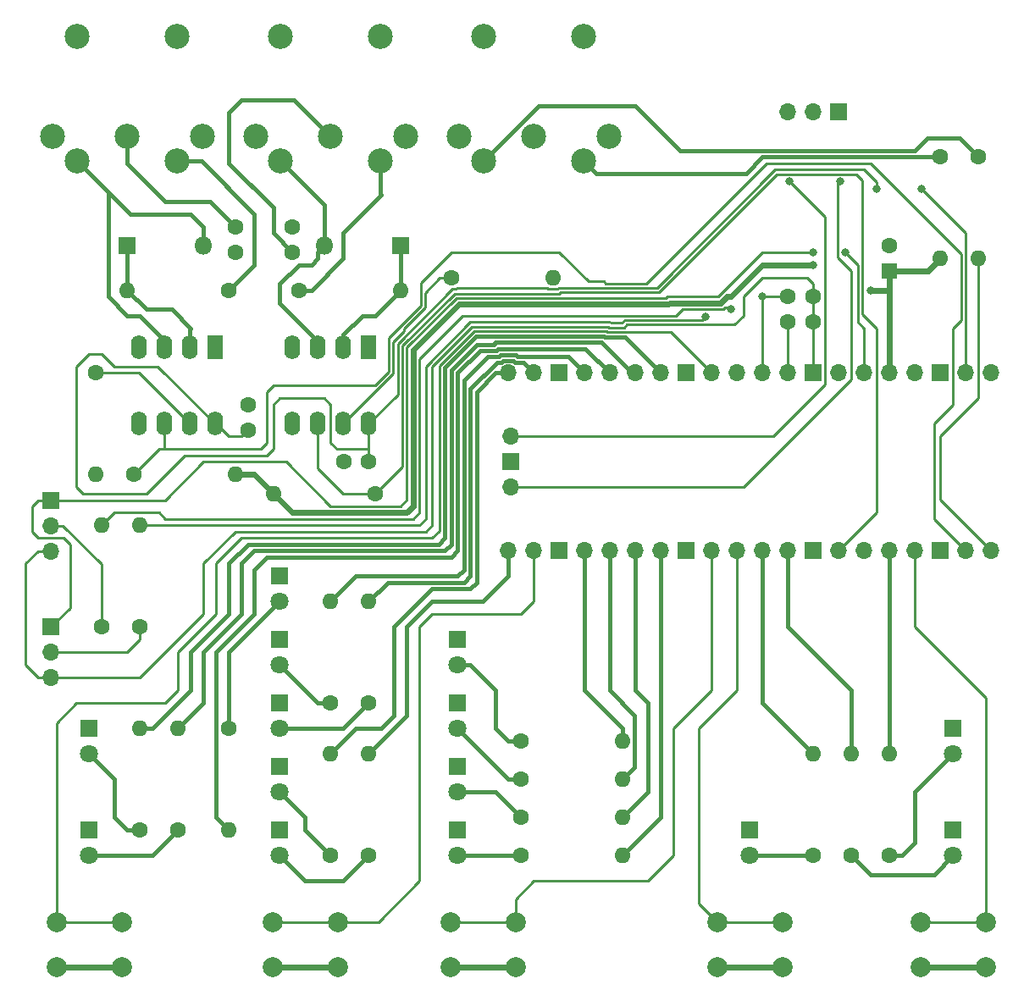
<source format=gtl>
G04 #@! TF.GenerationSoftware,KiCad,Pcbnew,7.0.1*
G04 #@! TF.CreationDate,2023-04-14T15:45:54-04:00*
G04 #@! TF.ProjectId,ArpeggiatorV1.1,41727065-6767-4696-9174-6f7256312e31,rev?*
G04 #@! TF.SameCoordinates,Original*
G04 #@! TF.FileFunction,Copper,L1,Top*
G04 #@! TF.FilePolarity,Positive*
%FSLAX46Y46*%
G04 Gerber Fmt 4.6, Leading zero omitted, Abs format (unit mm)*
G04 Created by KiCad (PCBNEW 7.0.1) date 2023-04-14 15:45:54*
%MOMM*%
%LPD*%
G01*
G04 APERTURE LIST*
G04 #@! TA.AperFunction,ComponentPad*
%ADD10R,1.800000X1.800000*%
G04 #@! TD*
G04 #@! TA.AperFunction,ComponentPad*
%ADD11C,1.800000*%
G04 #@! TD*
G04 #@! TA.AperFunction,ComponentPad*
%ADD12C,1.600000*%
G04 #@! TD*
G04 #@! TA.AperFunction,ComponentPad*
%ADD13O,1.600000X1.600000*%
G04 #@! TD*
G04 #@! TA.AperFunction,ComponentPad*
%ADD14C,2.000000*%
G04 #@! TD*
G04 #@! TA.AperFunction,ComponentPad*
%ADD15R,1.700000X1.700000*%
G04 #@! TD*
G04 #@! TA.AperFunction,ComponentPad*
%ADD16O,1.700000X1.700000*%
G04 #@! TD*
G04 #@! TA.AperFunction,ComponentPad*
%ADD17O,1.800000X1.800000*%
G04 #@! TD*
G04 #@! TA.AperFunction,ComponentPad*
%ADD18R,1.600000X2.400000*%
G04 #@! TD*
G04 #@! TA.AperFunction,ComponentPad*
%ADD19O,1.600000X2.400000*%
G04 #@! TD*
G04 #@! TA.AperFunction,ComponentPad*
%ADD20R,1.600000X1.600000*%
G04 #@! TD*
G04 #@! TA.AperFunction,WasherPad*
%ADD21C,2.499360*%
G04 #@! TD*
G04 #@! TA.AperFunction,ComponentPad*
%ADD22C,2.499360*%
G04 #@! TD*
G04 #@! TA.AperFunction,ViaPad*
%ADD23C,0.800000*%
G04 #@! TD*
G04 #@! TA.AperFunction,Conductor*
%ADD24C,0.250000*%
G04 #@! TD*
G04 #@! TA.AperFunction,Conductor*
%ADD25C,0.400000*%
G04 #@! TD*
G04 #@! TA.AperFunction,Conductor*
%ADD26C,0.600000*%
G04 #@! TD*
G04 APERTURE END LIST*
D10*
X43180000Y-106680000D03*
D11*
X43180000Y-109220000D03*
D10*
X62230000Y-116840000D03*
D11*
X62230000Y-119380000D03*
D12*
X64135000Y-62865000D03*
D13*
X74295000Y-62865000D03*
D10*
X80010000Y-104140000D03*
D11*
X80010000Y-106680000D03*
D14*
X112470000Y-130520000D03*
X105970000Y-130520000D03*
X112470000Y-126020000D03*
X105970000Y-126020000D03*
D12*
X48260000Y-116840000D03*
D13*
X48260000Y-106680000D03*
D12*
X43815000Y-71120000D03*
D13*
X43815000Y-81280000D03*
D15*
X118095000Y-45015000D03*
D16*
X115555000Y-45015000D03*
X113015000Y-45015000D03*
D15*
X39370000Y-96520000D03*
D16*
X39370000Y-99060000D03*
X39370000Y-101600000D03*
D12*
X57150000Y-106680000D03*
D13*
X57150000Y-116840000D03*
D12*
X44450000Y-96520000D03*
D13*
X44450000Y-86360000D03*
D12*
X57785000Y-56535000D03*
X57785000Y-59035000D03*
X113030000Y-66040000D03*
X115530000Y-66040000D03*
X71755000Y-83185000D03*
D13*
X61595000Y-83185000D03*
D15*
X39370000Y-83835000D03*
D16*
X39370000Y-86375000D03*
X39370000Y-88915000D03*
D14*
X46430000Y-130520000D03*
X39930000Y-130520000D03*
X46430000Y-126020000D03*
X39930000Y-126020000D03*
D10*
X62230000Y-97790000D03*
D11*
X62230000Y-100330000D03*
D12*
X123190000Y-119380000D03*
D13*
X123190000Y-109220000D03*
D12*
X128270000Y-49530000D03*
D13*
X128270000Y-59690000D03*
D10*
X80010000Y-97790000D03*
D11*
X80010000Y-100330000D03*
D12*
X59055000Y-76815000D03*
X59055000Y-74315000D03*
D14*
X85800000Y-130520000D03*
X79300000Y-130520000D03*
X85800000Y-126020000D03*
X79300000Y-126020000D03*
D12*
X52070000Y-116840000D03*
D13*
X52070000Y-106680000D03*
D14*
X68020000Y-130520000D03*
X61520000Y-130520000D03*
X68020000Y-126020000D03*
X61520000Y-126020000D03*
D10*
X62230000Y-91440000D03*
D11*
X62230000Y-93980000D03*
D12*
X48260000Y-96520000D03*
D13*
X48260000Y-86360000D03*
D10*
X62230000Y-110490000D03*
D11*
X62230000Y-113030000D03*
D14*
X126290000Y-126020000D03*
X132790000Y-126020000D03*
X126290000Y-130520000D03*
X132790000Y-130520000D03*
D12*
X86360000Y-107950000D03*
D13*
X96520000Y-107950000D03*
D10*
X46990000Y-58420000D03*
D17*
X54610000Y-58420000D03*
D12*
X86360000Y-115570000D03*
D13*
X96520000Y-115570000D03*
D12*
X67310000Y-104140000D03*
D13*
X67310000Y-93980000D03*
D12*
X119380000Y-119380000D03*
D13*
X119380000Y-109220000D03*
D12*
X113030000Y-63500000D03*
X115530000Y-63500000D03*
D11*
X129540000Y-119380000D03*
D10*
X129540000Y-116840000D03*
D12*
X63500000Y-59035000D03*
X63500000Y-56535000D03*
D18*
X71120000Y-68580000D03*
D19*
X68580000Y-68580000D03*
X66040000Y-68580000D03*
X63500000Y-68580000D03*
X63500000Y-76200000D03*
X66040000Y-76200000D03*
X68580000Y-76200000D03*
X71120000Y-76200000D03*
D12*
X79375000Y-61595000D03*
D13*
X89535000Y-61595000D03*
D10*
X43180000Y-116840000D03*
D11*
X43180000Y-119380000D03*
D10*
X80010000Y-116840000D03*
D11*
X80010000Y-119380000D03*
D10*
X74295000Y-58420000D03*
D17*
X66675000Y-58420000D03*
D12*
X67310000Y-119380000D03*
D13*
X67310000Y-109220000D03*
D12*
X86360000Y-111760000D03*
D13*
X96520000Y-111760000D03*
D10*
X80010000Y-110490000D03*
D11*
X80010000Y-113030000D03*
D10*
X129540000Y-106680000D03*
D11*
X129540000Y-109220000D03*
D12*
X71120000Y-80010000D03*
X68620000Y-80010000D03*
D10*
X109220000Y-116840000D03*
D11*
X109220000Y-119380000D03*
D12*
X47625000Y-81280000D03*
D13*
X57785000Y-81280000D03*
D12*
X71120000Y-104140000D03*
D13*
X71120000Y-93980000D03*
D20*
X123190000Y-60895112D03*
D12*
X123190000Y-58395112D03*
X115570000Y-119380000D03*
D13*
X115570000Y-109220000D03*
D12*
X71120000Y-119380000D03*
D13*
X71120000Y-109220000D03*
D12*
X86360000Y-119380000D03*
D13*
X96520000Y-119380000D03*
D18*
X55765000Y-68580000D03*
D19*
X53225000Y-68580000D03*
X50685000Y-68580000D03*
X48145000Y-68580000D03*
X48145000Y-76200000D03*
X50685000Y-76200000D03*
X53225000Y-76200000D03*
X55765000Y-76200000D03*
D13*
X132080000Y-59690000D03*
D12*
X132080000Y-49530000D03*
X57150000Y-62865000D03*
D13*
X46990000Y-62865000D03*
D10*
X62230000Y-104140000D03*
D11*
X62230000Y-106680000D03*
D21*
X41988740Y-37452300D03*
X51991260Y-37452300D03*
D22*
X54488080Y-47447200D03*
X46990000Y-47449740D03*
X39491920Y-47447200D03*
X51986180Y-49949100D03*
X41993820Y-49949100D03*
D21*
X62308740Y-37452300D03*
X72311260Y-37452300D03*
D22*
X74808080Y-47447200D03*
X67310000Y-47449740D03*
X59811920Y-47447200D03*
X72306180Y-49949100D03*
X62313820Y-49949100D03*
D16*
X133350000Y-88900000D03*
X130810000Y-88900000D03*
D15*
X128270000Y-88900000D03*
D16*
X125730000Y-88900000D03*
X123190000Y-88900000D03*
X120650000Y-88900000D03*
X118110000Y-88900000D03*
D15*
X115570000Y-88900000D03*
D16*
X113030000Y-88900000D03*
X110490000Y-88900000D03*
X107950000Y-88900000D03*
X105410000Y-88900000D03*
D15*
X102870000Y-88900000D03*
D16*
X100330000Y-88900000D03*
X97790000Y-88900000D03*
X95250000Y-88900000D03*
X92710000Y-88900000D03*
D15*
X90170000Y-88900000D03*
D16*
X87630000Y-88900000D03*
X85090000Y-88900000D03*
X85090000Y-71120000D03*
X87630000Y-71120000D03*
D15*
X90170000Y-71120000D03*
D16*
X92710000Y-71120000D03*
X95250000Y-71120000D03*
X97790000Y-71120000D03*
X100330000Y-71120000D03*
D15*
X102870000Y-71120000D03*
D16*
X105410000Y-71120000D03*
X107950000Y-71120000D03*
X110490000Y-71120000D03*
X113030000Y-71120000D03*
D15*
X115570000Y-71120000D03*
D16*
X118110000Y-71120000D03*
X120650000Y-71120000D03*
X123190000Y-71120000D03*
X125730000Y-71120000D03*
D15*
X128270000Y-71120000D03*
D16*
X130810000Y-71120000D03*
X133350000Y-71120000D03*
X85320000Y-82550000D03*
D15*
X85320000Y-80010000D03*
D16*
X85320000Y-77470000D03*
D21*
X82628740Y-37452300D03*
X92631260Y-37452300D03*
D22*
X95128080Y-47447200D03*
X87630000Y-47449740D03*
X80131920Y-47447200D03*
X92626180Y-49949100D03*
X82633820Y-49949100D03*
D23*
X118745000Y-59055000D03*
X115570000Y-59055000D03*
X115570000Y-60325000D03*
X121285000Y-62865000D03*
X126365000Y-52705000D03*
X121920000Y-52705000D03*
X118293109Y-51974001D03*
X113213109Y-51974001D03*
X110490000Y-63500000D03*
X107315000Y-64770000D03*
X104796564Y-65473502D03*
D24*
X101307505Y-67017505D02*
X105410000Y-71120000D01*
X94954053Y-67017503D02*
X101307505Y-67017505D01*
X94884048Y-66947498D02*
X94954053Y-67017503D01*
X81643882Y-66947498D02*
X94884048Y-66947498D01*
X78173004Y-70418376D02*
X81643882Y-66947498D01*
X78173004Y-86926996D02*
X78173004Y-70418376D01*
X77470000Y-87630000D02*
X78173004Y-86926996D01*
X58420000Y-87630000D02*
X77470000Y-87630000D01*
X55880000Y-95250000D02*
X55880000Y-90170000D01*
X55880000Y-90170000D02*
X58420000Y-87630000D01*
X52070000Y-102870000D02*
X52070000Y-99060000D01*
X41910000Y-104140000D02*
X50800000Y-104140000D01*
X39930000Y-106120000D02*
X41910000Y-104140000D01*
X50800000Y-104140000D02*
X52070000Y-102870000D01*
X39930000Y-126020000D02*
X39930000Y-106120000D01*
X52070000Y-99060000D02*
X55880000Y-95250000D01*
D25*
X127635000Y-121285000D02*
X129540000Y-119380000D01*
X121285000Y-121285000D02*
X127635000Y-121285000D01*
X119380000Y-119380000D02*
X121285000Y-121285000D01*
D24*
X39930000Y-126020000D02*
X46430000Y-126020000D01*
X121920000Y-52070000D02*
X121920000Y-52705000D01*
X120650000Y-50800000D02*
X121920000Y-52070000D01*
X111760000Y-50800000D02*
X120650000Y-50800000D01*
D25*
X102235000Y-48895000D02*
X97790000Y-44450000D01*
X110490000Y-48895000D02*
X102235000Y-48895000D01*
D24*
X120650000Y-66675000D02*
X120650000Y-71120000D01*
X120015000Y-66040000D02*
X120650000Y-66675000D01*
X118745000Y-59055000D02*
X120015000Y-60325000D01*
X121920000Y-85090000D02*
X118110000Y-88900000D01*
X121920000Y-66675000D02*
X121920000Y-85090000D01*
X120464501Y-65219501D02*
X121920000Y-66675000D01*
X120464501Y-51884501D02*
X120464501Y-65219501D01*
X111946189Y-51249501D02*
X119829501Y-51249501D01*
X100145191Y-63050499D02*
X111946189Y-51249501D01*
X90187180Y-63169501D02*
X90306182Y-63050499D01*
X79704809Y-63169501D02*
X90187180Y-63169501D01*
X74480499Y-68393811D02*
X79704809Y-63169501D01*
X71755000Y-83185000D02*
X74480499Y-80459501D01*
X118020500Y-52246610D02*
X118293109Y-51974001D01*
X118020500Y-59601190D02*
X118020500Y-52246610D01*
X119380000Y-71755000D02*
X119380000Y-60960690D01*
X85320000Y-82550000D02*
X108585000Y-82550000D01*
X110490000Y-59055000D02*
X115570000Y-59055000D01*
X106045000Y-63500000D02*
X110490000Y-59055000D01*
X100965000Y-63500000D02*
X106045000Y-63500000D01*
X107129501Y-64584501D02*
X107315000Y-64770000D01*
X106562354Y-64749002D02*
X106726855Y-64584501D01*
X106726855Y-64584501D02*
X107129501Y-64584501D01*
X102504176Y-64749002D02*
X106562354Y-64749002D01*
X76200000Y-69711356D02*
X80527354Y-65384002D01*
X75565000Y-85725000D02*
X76200000Y-85090000D01*
X50800000Y-85725000D02*
X75565000Y-85725000D01*
X50165000Y-85090000D02*
X50800000Y-85725000D01*
X45720000Y-85090000D02*
X50165000Y-85090000D01*
X44450000Y-86360000D02*
X45720000Y-85090000D01*
D26*
X110490000Y-60325000D02*
X115570000Y-60325000D01*
X106928178Y-63500000D02*
X107315000Y-63500000D01*
X102235000Y-64135000D02*
X102245499Y-64124501D01*
X101213178Y-64135000D02*
X102235000Y-64135000D01*
D24*
X120015000Y-60325000D02*
X120015000Y-66040000D01*
D26*
X101104675Y-64243503D02*
X101213178Y-64135000D01*
X80149675Y-64243503D02*
X101104675Y-64243503D01*
X75565000Y-68828178D02*
X80149675Y-64243503D01*
X75565000Y-84455000D02*
X75565000Y-68828178D01*
X74930000Y-85090000D02*
X75565000Y-84455000D01*
X63500000Y-85090000D02*
X74930000Y-85090000D01*
X61595000Y-83185000D02*
X63500000Y-85090000D01*
X102245499Y-64124501D02*
X106303677Y-64124501D01*
D24*
X104436563Y-65833503D02*
X104796564Y-65473502D01*
D26*
X106303677Y-64124501D02*
X106928178Y-63500000D01*
D24*
X96443567Y-66118503D02*
X96728567Y-65833503D01*
X95326431Y-66118501D02*
X96443567Y-66118503D01*
X101869176Y-65384002D02*
X102504176Y-64749002D01*
X100845998Y-63619002D02*
X100965000Y-63500000D01*
X74930000Y-68580000D02*
X79890998Y-63619002D01*
X99959002Y-62600998D02*
X111760000Y-50800000D01*
X90119993Y-62600998D02*
X99959002Y-62600998D01*
X80527354Y-65384002D02*
X101869176Y-65384002D01*
X90000991Y-62720000D02*
X90119993Y-62600998D01*
X88950007Y-62600998D02*
X89069009Y-62720000D01*
X79959993Y-62600998D02*
X88950007Y-62600998D01*
X79518620Y-62720000D02*
X79840991Y-62720000D01*
X74030998Y-68207622D02*
X79518620Y-62720000D01*
X74030998Y-73289002D02*
X74030998Y-68207622D01*
X71120000Y-76200000D02*
X74030998Y-73289002D01*
X76200000Y-85090000D02*
X76200000Y-69711356D01*
X119380000Y-60960690D02*
X118020500Y-59601190D01*
X50165000Y-78740000D02*
X47625000Y-81280000D01*
X79840991Y-62720000D02*
X79959993Y-62600998D01*
X60960000Y-73025000D02*
X60960000Y-78105000D01*
X61595000Y-72390000D02*
X60960000Y-73025000D01*
X71755000Y-72390000D02*
X61595000Y-72390000D01*
X73131996Y-71013004D02*
X71755000Y-72390000D01*
X73131996Y-67587756D02*
X73131996Y-71013004D01*
X76306996Y-62123004D02*
X76306996Y-64412756D01*
X90170000Y-59055000D02*
X79375000Y-59055000D01*
X93091497Y-61976497D02*
X90170000Y-59055000D01*
X94611055Y-61976497D02*
X93091497Y-61976497D01*
X94786055Y-62151497D02*
X94611055Y-61976497D01*
X74480499Y-80459501D02*
X74480499Y-68393811D01*
X127635000Y-76200000D02*
X129540000Y-74295000D01*
X96728567Y-65833503D02*
X104436563Y-65833503D01*
X114935000Y-61595000D02*
X115570000Y-62230000D01*
X110490000Y-61595000D02*
X114935000Y-61595000D01*
X108585000Y-65405000D02*
X108585000Y-63500000D01*
X76306996Y-64412756D02*
X73131996Y-67587756D01*
X107706996Y-66283004D02*
X108585000Y-65405000D01*
X96914756Y-66283004D02*
X107706996Y-66283004D01*
X95140242Y-66568002D02*
X96629756Y-66568004D01*
X60325000Y-78740000D02*
X50165000Y-78740000D01*
X81457693Y-66497997D02*
X95070237Y-66497997D01*
X130360499Y-65855191D02*
X130360499Y-59239809D01*
X79890998Y-63619002D02*
X100845998Y-63619002D01*
X77470000Y-86360000D02*
X77470000Y-70485690D01*
X57785000Y-86995000D02*
X76835000Y-86995000D01*
X77470000Y-70485690D02*
X81457693Y-66497997D01*
X54610000Y-90170000D02*
X57785000Y-86995000D01*
X130360499Y-59239809D02*
X121285690Y-50165000D01*
X96629756Y-66568004D02*
X96914756Y-66283004D01*
X48260000Y-101600000D02*
X54610000Y-95250000D01*
X127635000Y-85725000D02*
X127635000Y-76200000D01*
X110861688Y-50165000D02*
X98875191Y-62151497D01*
X39370000Y-101600000D02*
X48260000Y-101600000D01*
X129540000Y-66675690D02*
X130360499Y-65855191D01*
X108585000Y-63500000D02*
X110490000Y-61595000D01*
X54610000Y-95250000D02*
X54610000Y-90170000D01*
D26*
X107315000Y-63500000D02*
X110490000Y-60325000D01*
D24*
X130810000Y-88900000D02*
X127635000Y-85725000D01*
X98875191Y-62151497D02*
X94786055Y-62151497D01*
X90306182Y-63050499D02*
X100145191Y-63050499D01*
X76835000Y-86995000D02*
X77470000Y-86360000D01*
X79375000Y-59055000D02*
X76306996Y-62123004D01*
X95070237Y-66497997D02*
X95140242Y-66568002D01*
X76756497Y-63082133D02*
X78243630Y-61595000D01*
X108585000Y-82550000D02*
X119380000Y-71755000D01*
X60960000Y-78105000D02*
X60325000Y-78740000D01*
X74676497Y-66926433D02*
X74676497Y-66678945D01*
X73581497Y-71199193D02*
X73581497Y-68021433D01*
X78243630Y-61595000D02*
X79375000Y-61595000D01*
X121285690Y-50165000D02*
X110861688Y-50165000D01*
X119829501Y-51249501D02*
X120464501Y-51884501D01*
X73581497Y-68021433D02*
X74676497Y-66926433D01*
X74676497Y-66678945D02*
X76756497Y-64598945D01*
X68580000Y-76200000D02*
X68580690Y-76200000D01*
X129540000Y-74295000D02*
X129540000Y-66675690D01*
X89069009Y-62720000D02*
X90000991Y-62720000D01*
X68580690Y-76200000D02*
X73581497Y-71199193D01*
X76756497Y-64598945D02*
X76756497Y-63082133D01*
X81280000Y-66040000D02*
X95250000Y-66040000D01*
D25*
X49530000Y-106680000D02*
X48260000Y-106680000D01*
X53340000Y-99060000D02*
X53340000Y-102870000D01*
X57150000Y-90170000D02*
X57150000Y-95250000D01*
X78105000Y-88265000D02*
X59055000Y-88265000D01*
X81861138Y-67471998D02*
X78740000Y-70593136D01*
X78740000Y-87630000D02*
X78105000Y-88265000D01*
X100330000Y-71120000D02*
X96752006Y-67542006D01*
X94736797Y-67542003D02*
X94666793Y-67471999D01*
D24*
X76835000Y-85725000D02*
X76835000Y-70485000D01*
D25*
X78740000Y-70593136D02*
X78740000Y-87630000D01*
X94666793Y-67471999D02*
X81861138Y-67471998D01*
D24*
X76835000Y-70485000D02*
X81280000Y-66040000D01*
D25*
X59055000Y-88265000D02*
X57150000Y-90170000D01*
X97466972Y-71120000D02*
X97790000Y-71120000D01*
X94418472Y-68071500D02*
X97466972Y-71120000D01*
X83827269Y-68071498D02*
X94418472Y-68071500D01*
X96752006Y-67542006D02*
X94736797Y-67542003D01*
X83650264Y-68248503D02*
X83827269Y-68071498D01*
X81932455Y-68248503D02*
X83650264Y-68248503D01*
X79375000Y-70805958D02*
X81932455Y-68248503D01*
X52070000Y-106680000D02*
X54610000Y-104140000D01*
X78740000Y-88900000D02*
X79375000Y-88265000D01*
X58420000Y-90170000D02*
X59690000Y-88900000D01*
X53340000Y-102870000D02*
X49530000Y-106680000D01*
X54610000Y-104140000D02*
X54610000Y-99060000D01*
X58420000Y-95250000D02*
X58420000Y-90170000D01*
X54610000Y-99060000D02*
X58420000Y-95250000D01*
X59690000Y-88900000D02*
X78740000Y-88900000D01*
X57150000Y-95250000D02*
X53340000Y-99060000D01*
X79375000Y-88265000D02*
X79375000Y-70805958D01*
X55880000Y-115570000D02*
X57150000Y-116840000D01*
X55880000Y-99060000D02*
X55880000Y-115570000D01*
X59690000Y-95250000D02*
X55880000Y-99060000D01*
X59690000Y-90805000D02*
X59690000Y-95250000D01*
X60960000Y-89535000D02*
X59690000Y-90805000D01*
X79375000Y-89535000D02*
X60960000Y-89535000D01*
X80010000Y-71120000D02*
X80010000Y-88900000D01*
X82281997Y-68848003D02*
X80010000Y-71120000D01*
X84075590Y-68670999D02*
X83898585Y-68848004D01*
X92801001Y-68671001D02*
X84075590Y-68670999D01*
X95250000Y-71120000D02*
X92801001Y-68671001D01*
X80010000Y-88900000D02*
X79375000Y-89535000D01*
X83898585Y-68848004D02*
X82281997Y-68848003D01*
X91037503Y-69447503D02*
X92710000Y-71120000D01*
X86033093Y-69447504D02*
X91037503Y-69447503D01*
X85856089Y-69270500D02*
X86033093Y-69447504D01*
X84323912Y-69270499D02*
X85856089Y-69270500D01*
X84146907Y-69447504D02*
X84323912Y-69270499D01*
X80645000Y-71865913D02*
X83063409Y-69447504D01*
X80645000Y-90805000D02*
X80645000Y-71865913D01*
X69850000Y-91440000D02*
X80010000Y-91440000D01*
X86557005Y-70047005D02*
X87630000Y-71120000D01*
X67310000Y-93980000D02*
X69850000Y-91440000D01*
X85607767Y-69870000D02*
X85784772Y-70047005D01*
X84572233Y-69870000D02*
X85607767Y-69870000D01*
X84395228Y-70047005D02*
X84572233Y-69870000D01*
X83946729Y-70047005D02*
X84395228Y-70047005D01*
X81280000Y-72713734D02*
X83946729Y-70047005D01*
X80645000Y-92075000D02*
X81280000Y-91440000D01*
X71120000Y-93980000D02*
X73025000Y-92075000D01*
X83063409Y-69447504D02*
X84146907Y-69447504D01*
X81280000Y-91440000D02*
X81280000Y-72713734D01*
X80010000Y-91440000D02*
X80645000Y-90805000D01*
X85784772Y-70047005D02*
X86557005Y-70047005D01*
X73025000Y-92075000D02*
X80645000Y-92075000D01*
D24*
X74930000Y-83820000D02*
X74930000Y-68580000D01*
X74295000Y-84455000D02*
X74930000Y-83820000D01*
X62865000Y-80010000D02*
X67310000Y-84455000D01*
X67310000Y-84455000D02*
X74295000Y-84455000D01*
X54610000Y-80010000D02*
X62865000Y-80010000D01*
X39370000Y-83835000D02*
X50785000Y-83835000D01*
X50785000Y-83835000D02*
X54610000Y-80010000D01*
D26*
X121285000Y-62865000D02*
X123190000Y-62865000D01*
X123190000Y-62865000D02*
X123190000Y-60895112D01*
X123190000Y-71120000D02*
X123190000Y-62865000D01*
D24*
X48260000Y-86360000D02*
X76200000Y-86360000D01*
X76200000Y-86360000D02*
X76835000Y-85725000D01*
X130810000Y-57150000D02*
X130810000Y-71120000D01*
X126365000Y-52705000D02*
X130810000Y-57150000D01*
X111570000Y-77470000D02*
X116745000Y-72295000D01*
X85320000Y-77470000D02*
X111570000Y-77470000D01*
X116745000Y-72295000D02*
X116745000Y-55505892D01*
X116745000Y-55505892D02*
X113213109Y-51974001D01*
X71120000Y-78740000D02*
X71120000Y-79375000D01*
X67945000Y-78740000D02*
X71120000Y-78740000D01*
X67310000Y-78105000D02*
X67945000Y-78740000D01*
X67310000Y-74295000D02*
X67310000Y-78105000D01*
X66675000Y-73660000D02*
X67310000Y-74295000D01*
X62230000Y-73660000D02*
X66675000Y-73660000D01*
X61595000Y-74295000D02*
X62230000Y-73660000D01*
X61595000Y-78740000D02*
X61595000Y-74295000D01*
X60960000Y-79375000D02*
X61595000Y-78740000D01*
X52705000Y-79375000D02*
X60960000Y-79375000D01*
X48895000Y-83185000D02*
X52705000Y-79375000D01*
X42545000Y-83185000D02*
X48895000Y-83185000D01*
X41910000Y-82550000D02*
X42545000Y-83185000D01*
X41910000Y-70485000D02*
X41910000Y-82550000D01*
X43180000Y-69215000D02*
X41910000Y-70485000D01*
X44450000Y-69215000D02*
X43180000Y-69215000D01*
X45720000Y-70485000D02*
X44450000Y-69215000D01*
X50050000Y-70485000D02*
X45720000Y-70485000D01*
X55765000Y-76200000D02*
X50050000Y-70485000D01*
X38085000Y-83835000D02*
X39370000Y-83835000D01*
X37465000Y-84455000D02*
X38085000Y-83835000D01*
X37465000Y-86995000D02*
X37465000Y-84455000D01*
X38100000Y-87630000D02*
X37465000Y-86995000D01*
X40640000Y-87630000D02*
X38100000Y-87630000D01*
X41275000Y-88265000D02*
X40640000Y-87630000D01*
X41275000Y-94615000D02*
X41275000Y-88265000D01*
X39370000Y-96520000D02*
X41275000Y-94615000D01*
X44450000Y-90252919D02*
X44450000Y-96520000D01*
X39370000Y-86375000D02*
X40572081Y-86375000D01*
X40572081Y-86375000D02*
X44450000Y-90252919D01*
D25*
X130175000Y-47625000D02*
X132080000Y-49530000D01*
X127000000Y-47625000D02*
X130175000Y-47625000D01*
X88132920Y-44450000D02*
X97790000Y-44450000D01*
X110490000Y-48895000D02*
X125730000Y-48895000D01*
X82633820Y-49949100D02*
X88132920Y-44450000D01*
X125730000Y-48895000D02*
X127000000Y-47625000D01*
X108821910Y-51198780D02*
X93875860Y-51198780D01*
X110490690Y-49530000D02*
X108821910Y-51198780D01*
X128270000Y-49530000D02*
X110490690Y-49530000D01*
X93875860Y-51198780D02*
X92626180Y-49949100D01*
D26*
X127064888Y-60895112D02*
X128270000Y-59690000D01*
X123190000Y-60895112D02*
X127064888Y-60895112D01*
D24*
X50685000Y-76200000D02*
X50685000Y-78625000D01*
X66040000Y-80645000D02*
X66040000Y-76200000D01*
X68580000Y-83185000D02*
X66040000Y-80645000D01*
X71755000Y-83185000D02*
X68580000Y-83185000D01*
X71120000Y-80010000D02*
X71120000Y-76200000D01*
D25*
X72306180Y-53256180D02*
X72306180Y-49949100D01*
X68580000Y-59690000D02*
X68580000Y-57150000D01*
X65405000Y-62865000D02*
X68580000Y-59690000D01*
X64135000Y-62865000D02*
X65405000Y-62865000D01*
X68580000Y-57150000D02*
X72390000Y-53340000D01*
X72390000Y-53340000D02*
X72306180Y-53256180D01*
X66040000Y-59055000D02*
X66675000Y-58420000D01*
X64135000Y-60325000D02*
X65405000Y-60325000D01*
X62230000Y-64135000D02*
X62230000Y-62230000D01*
X66040000Y-67945000D02*
X62230000Y-64135000D01*
X62230000Y-62230000D02*
X64135000Y-60325000D01*
X65405000Y-60325000D02*
X66040000Y-59690000D01*
X66040000Y-68580000D02*
X66040000Y-67945000D01*
X66040000Y-59690000D02*
X66040000Y-59055000D01*
X68580000Y-67310000D02*
X68580000Y-68580000D01*
X74295000Y-62865000D02*
X71755000Y-65405000D01*
X71755000Y-65405000D02*
X70485000Y-65405000D01*
X70485000Y-65405000D02*
X68580000Y-67310000D01*
X74295000Y-58420000D02*
X74295000Y-62865000D01*
X66675000Y-54310280D02*
X66675000Y-58420000D01*
X62313820Y-49949100D02*
X66675000Y-54310280D01*
X63675260Y-43815000D02*
X67310000Y-47449740D01*
X58420000Y-43815000D02*
X63675260Y-43815000D01*
X57150000Y-45085000D02*
X58420000Y-43815000D01*
X57150000Y-50165000D02*
X57150000Y-45085000D01*
X61595000Y-54610000D02*
X57150000Y-50165000D01*
X61595000Y-57130000D02*
X61595000Y-54610000D01*
X63500000Y-59035000D02*
X61595000Y-57130000D01*
D26*
X59690000Y-81280000D02*
X61595000Y-83185000D01*
X57785000Y-81280000D02*
X59690000Y-81280000D01*
D24*
X58420000Y-77470000D02*
X58420000Y-77450000D01*
X58420000Y-77450000D02*
X59055000Y-76815000D01*
X55880000Y-76200000D02*
X57150000Y-77470000D01*
X57150000Y-77470000D02*
X58420000Y-77470000D01*
X55765000Y-76200000D02*
X55880000Y-76200000D01*
X48145000Y-71120000D02*
X43815000Y-71120000D01*
X53225000Y-76200000D02*
X48145000Y-71120000D01*
D25*
X50685000Y-67830000D02*
X48260000Y-65405000D01*
X46990000Y-65405000D02*
X45085000Y-63500000D01*
X50685000Y-68580000D02*
X50685000Y-67830000D01*
X48260000Y-65405000D02*
X46990000Y-65405000D01*
X45085000Y-63500000D02*
X45085000Y-53340000D01*
X45085000Y-53340000D02*
X45234860Y-53190140D01*
X41993820Y-49949100D02*
X45234860Y-53190140D01*
X45234860Y-53190140D02*
X47289720Y-55245000D01*
X53225000Y-66790000D02*
X53225000Y-68580000D01*
X53340000Y-66675000D02*
X53225000Y-66790000D01*
X48895000Y-64770000D02*
X51435000Y-64770000D01*
X46990000Y-62865000D02*
X48895000Y-64770000D01*
X51435000Y-64770000D02*
X53340000Y-66675000D01*
X46990000Y-58420000D02*
X46990000Y-62865000D01*
X59690000Y-60325000D02*
X57150000Y-62865000D01*
X59690000Y-55245000D02*
X59690000Y-60325000D01*
X54394100Y-49949100D02*
X59690000Y-55245000D01*
X51986180Y-49949100D02*
X54394100Y-49949100D01*
X55225000Y-53975000D02*
X57785000Y-56535000D01*
X46990000Y-50165000D02*
X50800000Y-53975000D01*
X46990000Y-47449740D02*
X46990000Y-50165000D01*
X50800000Y-53975000D02*
X55225000Y-53975000D01*
X54610000Y-56515000D02*
X54610000Y-58420000D01*
X47289720Y-55245000D02*
X53340000Y-55245000D01*
X53340000Y-55245000D02*
X54610000Y-56515000D01*
X81915000Y-73025000D02*
X83820000Y-71120000D01*
X81915000Y-92075000D02*
X81915000Y-73025000D01*
X81280000Y-92710000D02*
X81915000Y-92075000D01*
X77470000Y-92710000D02*
X81280000Y-92710000D01*
D24*
X128270000Y-77470000D02*
X132080000Y-73660000D01*
X128270000Y-83820000D02*
X128270000Y-77470000D01*
X133350000Y-88900000D02*
X128270000Y-83820000D01*
X132080000Y-73660000D02*
X132080000Y-59690000D01*
X110490000Y-71120000D02*
X110490000Y-64770000D01*
X110490000Y-64770000D02*
X110490000Y-63500000D01*
X113030000Y-63500000D02*
X110490000Y-63500000D01*
X115530000Y-62270000D02*
X115530000Y-63500000D01*
X38085000Y-88915000D02*
X39370000Y-88915000D01*
X36830000Y-90170000D02*
X38085000Y-88915000D01*
X36830000Y-100330000D02*
X36830000Y-90170000D01*
X38100000Y-101600000D02*
X36830000Y-100330000D01*
X39370000Y-101600000D02*
X38100000Y-101600000D01*
X48260000Y-97790000D02*
X48260000Y-96520000D01*
X46990000Y-99060000D02*
X48260000Y-97790000D01*
X39370000Y-99060000D02*
X46990000Y-99060000D01*
X113030000Y-66040000D02*
X113030000Y-71120000D01*
X115530000Y-66040000D02*
X115530000Y-71080000D01*
X115530000Y-71080000D02*
X115570000Y-71120000D01*
X115530000Y-63500000D02*
X115530000Y-66040000D01*
D25*
X83820000Y-71120000D02*
X85090000Y-71120000D01*
X73660000Y-96520000D02*
X77470000Y-92710000D01*
X73660000Y-105410000D02*
X73660000Y-96520000D01*
X67310000Y-109220000D02*
X69850000Y-106680000D01*
X69850000Y-106680000D02*
X72390000Y-106680000D01*
X72390000Y-106680000D02*
X73660000Y-105410000D01*
X99060000Y-113030000D02*
X96520000Y-115570000D01*
X97790000Y-102870000D02*
X99060000Y-104140000D01*
X97790000Y-88900000D02*
X97790000Y-102870000D01*
X99060000Y-104140000D02*
X99060000Y-113030000D01*
X64770000Y-115570000D02*
X62230000Y-113030000D01*
X64770000Y-116840000D02*
X64770000Y-115570000D01*
X67310000Y-119380000D02*
X64770000Y-116840000D01*
X125730000Y-118110000D02*
X125730000Y-113030000D01*
X125730000Y-113030000D02*
X129540000Y-109220000D01*
X124460000Y-119380000D02*
X125730000Y-118110000D01*
X123190000Y-119380000D02*
X124460000Y-119380000D01*
X46990000Y-116840000D02*
X48260000Y-116840000D01*
X45720000Y-115570000D02*
X46990000Y-116840000D01*
X45720000Y-111760000D02*
X45720000Y-115570000D01*
X43180000Y-109220000D02*
X45720000Y-111760000D01*
X49530000Y-119380000D02*
X52070000Y-116840000D01*
X43180000Y-119380000D02*
X49530000Y-119380000D01*
D26*
X39930000Y-130520000D02*
X46430000Y-130520000D01*
X79300000Y-130520000D02*
X85800000Y-130520000D01*
X61520000Y-130520000D02*
X68020000Y-130520000D01*
X112470000Y-130520000D02*
X105970000Y-130520000D01*
X132790000Y-130520000D02*
X126290000Y-130520000D01*
D24*
X107950000Y-102870000D02*
X107950000Y-88900000D01*
X104140000Y-106680000D02*
X107950000Y-102870000D01*
X104140000Y-124190000D02*
X104140000Y-106680000D01*
X105970000Y-126020000D02*
X104140000Y-124190000D01*
X125730000Y-96520000D02*
X125730000Y-88900000D01*
X132790000Y-103580000D02*
X125730000Y-96520000D01*
X132790000Y-126020000D02*
X132790000Y-103580000D01*
D25*
X77470000Y-93980000D02*
X82550000Y-93980000D01*
X74930000Y-96520000D02*
X77470000Y-93980000D01*
X82550000Y-93980000D02*
X85090000Y-91440000D01*
X85090000Y-91440000D02*
X85090000Y-88900000D01*
X74930000Y-105410000D02*
X74930000Y-96520000D01*
X71120000Y-109220000D02*
X74930000Y-105410000D01*
X57150000Y-99060000D02*
X57150000Y-106680000D01*
X62230000Y-93980000D02*
X57150000Y-99060000D01*
X66040000Y-104140000D02*
X67310000Y-104140000D01*
X62230000Y-100330000D02*
X66040000Y-104140000D01*
X68580000Y-106680000D02*
X71120000Y-104140000D01*
X62230000Y-106680000D02*
X68580000Y-106680000D01*
X68580000Y-121920000D02*
X71120000Y-119380000D01*
X64770000Y-121920000D02*
X68580000Y-121920000D01*
X62230000Y-119380000D02*
X64770000Y-121920000D01*
D24*
X68020000Y-126020000D02*
X61520000Y-126020000D01*
X87630000Y-93980000D02*
X87630000Y-88900000D01*
X86360000Y-95250000D02*
X87630000Y-93980000D01*
X77470000Y-95250000D02*
X86360000Y-95250000D01*
X76200000Y-96520000D02*
X77470000Y-95250000D01*
X76200000Y-121920000D02*
X76200000Y-96520000D01*
X72100000Y-126020000D02*
X76200000Y-121920000D01*
X68020000Y-126020000D02*
X72100000Y-126020000D01*
X101600000Y-119380000D02*
X101600000Y-106680000D01*
X101600000Y-106680000D02*
X105410000Y-102870000D01*
X99060000Y-121920000D02*
X101600000Y-119380000D01*
X105410000Y-102870000D02*
X105410000Y-88900000D01*
X87630000Y-121920000D02*
X99060000Y-121920000D01*
X85800000Y-126020000D02*
X85800000Y-123750000D01*
X85800000Y-123750000D02*
X87630000Y-121920000D01*
X85800000Y-126020000D02*
X79300000Y-126020000D01*
D25*
X85090000Y-107950000D02*
X86360000Y-107950000D01*
X83820000Y-106680000D02*
X85090000Y-107950000D01*
X83820000Y-102870000D02*
X83820000Y-106680000D01*
X80010000Y-100330000D02*
X81280000Y-100330000D01*
X81280000Y-100330000D02*
X83820000Y-102870000D01*
X80010000Y-106680000D02*
X85090000Y-111760000D01*
X85090000Y-111760000D02*
X86360000Y-111760000D01*
X83820000Y-113030000D02*
X86360000Y-115570000D01*
X80010000Y-113030000D02*
X83820000Y-113030000D01*
X80010000Y-119380000D02*
X86360000Y-119380000D01*
X100330000Y-115570000D02*
X100330000Y-88900000D01*
X96520000Y-119380000D02*
X100330000Y-115570000D01*
X95250000Y-102870000D02*
X95250000Y-88900000D01*
X97720000Y-105340000D02*
X95250000Y-102870000D01*
X97720000Y-110560000D02*
X97720000Y-105340000D01*
X96520000Y-111760000D02*
X97720000Y-110560000D01*
X96520000Y-106680000D02*
X92710000Y-102870000D01*
X92710000Y-102870000D02*
X92710000Y-88900000D01*
X96520000Y-107950000D02*
X96520000Y-106680000D01*
X109220000Y-119380000D02*
X115570000Y-119380000D01*
X110490000Y-104140000D02*
X110490000Y-88900000D01*
X115570000Y-109220000D02*
X110490000Y-104140000D01*
X119380000Y-102870000D02*
X113030000Y-96520000D01*
X119380000Y-109220000D02*
X119380000Y-102870000D01*
X113030000Y-96520000D02*
X113030000Y-88900000D01*
X123190000Y-109220000D02*
X123190000Y-88900000D01*
D24*
X126290000Y-126020000D02*
X132790000Y-126020000D01*
X112470000Y-126020000D02*
X105970000Y-126020000D01*
M02*

</source>
